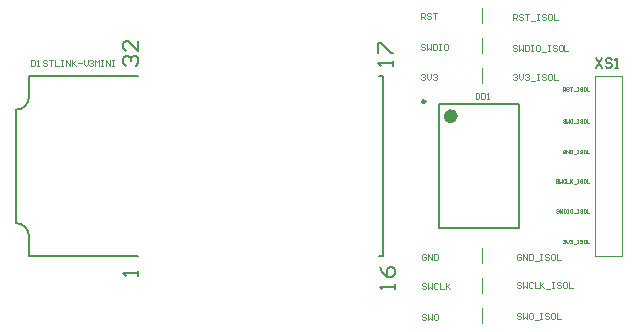
<source format=gto>
G04*
G04 #@! TF.GenerationSoftware,Altium Limited,Altium Designer,19.1.8 (144)*
G04*
G04 Layer_Color=65535*
%FSLAX25Y25*%
%MOIN*%
G70*
G01*
G75*
%ADD10C,0.00600*%
%ADD11C,0.00984*%
%ADD12C,0.02362*%
%ADD13C,0.00394*%
%ADD14C,0.00787*%
%ADD15C,0.00500*%
%ADD16C,0.00315*%
%ADD17C,0.00591*%
D10*
X-3930Y77955D02*
G03*
X370Y82255I0J4300D01*
G01*
Y35855D02*
G03*
X-3930Y40155I-4300J0D01*
G01*
X117170Y89055D02*
X118370D01*
Y29055D02*
Y89055D01*
X117170Y29055D02*
X118370D01*
X370D02*
X36570D01*
X370D02*
Y35855D01*
Y82255D02*
Y89055D01*
X-3930Y40155D02*
Y77955D01*
X370Y89055D02*
X36570D01*
D11*
X132382Y80709D02*
G03*
X132382Y80709I-492J0D01*
G01*
D12*
X142126Y75787D02*
G03*
X142126Y75787I-1181J0D01*
G01*
D13*
X151221Y86713D02*
Y91713D01*
X188976Y29331D02*
X198031D01*
X188976D02*
Y89173D01*
X198031D01*
Y29331D02*
Y89173D01*
X151221Y26713D02*
Y31713D01*
Y106713D02*
Y111713D01*
Y6713D02*
Y11713D01*
Y16713D02*
Y21713D01*
Y96713D02*
Y101713D01*
X161811Y89435D02*
X162139Y89763D01*
X162795D01*
X163123Y89435D01*
Y89107D01*
X162795Y88779D01*
X162467D01*
X162795D01*
X163123Y88451D01*
Y88123D01*
X162795Y87795D01*
X162139D01*
X161811Y88123D01*
X163779Y89763D02*
Y88451D01*
X164435Y87795D01*
X165091Y88451D01*
Y89763D01*
X165747Y89435D02*
X166075Y89763D01*
X166731D01*
X167059Y89435D01*
Y89107D01*
X166731Y88779D01*
X166403D01*
X166731D01*
X167059Y88451D01*
Y88123D01*
X166731Y87795D01*
X166075D01*
X165747Y88123D01*
X167715Y87467D02*
X169027D01*
X169683Y89763D02*
X170338D01*
X170010D01*
Y87795D01*
X169683D01*
X170338D01*
X172634Y89435D02*
X172306Y89763D01*
X171650D01*
X171322Y89435D01*
Y89107D01*
X171650Y88779D01*
X172306D01*
X172634Y88451D01*
Y88123D01*
X172306Y87795D01*
X171650D01*
X171322Y88123D01*
X174274Y89763D02*
X173618D01*
X173290Y89435D01*
Y88123D01*
X173618Y87795D01*
X174274D01*
X174602Y88123D01*
Y89435D01*
X174274Y89763D01*
X175258D02*
Y87795D01*
X176570D01*
X161811Y107874D02*
Y109842D01*
X162795D01*
X163123Y109514D01*
Y108858D01*
X162795Y108530D01*
X161811D01*
X162467D02*
X163123Y107874D01*
X165091Y109514D02*
X164763Y109842D01*
X164107D01*
X163779Y109514D01*
Y109186D01*
X164107Y108858D01*
X164763D01*
X165091Y108530D01*
Y108202D01*
X164763Y107874D01*
X164107D01*
X163779Y108202D01*
X165747Y109842D02*
X167059D01*
X166403D01*
Y107874D01*
X167715Y107546D02*
X169027D01*
X169683Y109842D02*
X170338D01*
X170010D01*
Y107874D01*
X169683D01*
X170338D01*
X172634Y109514D02*
X172306Y109842D01*
X171650D01*
X171322Y109514D01*
Y109186D01*
X171650Y108858D01*
X172306D01*
X172634Y108530D01*
Y108202D01*
X172306Y107874D01*
X171650D01*
X171322Y108202D01*
X174274Y109842D02*
X173618D01*
X173290Y109514D01*
Y108202D01*
X173618Y107874D01*
X174274D01*
X174602Y108202D01*
Y109514D01*
X174274Y109842D01*
X175258D02*
Y107874D01*
X176570D01*
X163123Y99278D02*
X162795Y99606D01*
X162139D01*
X161811Y99278D01*
Y98950D01*
X162139Y98622D01*
X162795D01*
X163123Y98294D01*
Y97966D01*
X162795Y97638D01*
X162139D01*
X161811Y97966D01*
X163779Y99606D02*
Y97638D01*
X164435Y98294D01*
X165091Y97638D01*
Y99606D01*
X165747D02*
Y97638D01*
X166731D01*
X167059Y97966D01*
Y99278D01*
X166731Y99606D01*
X165747D01*
X167715D02*
X168371D01*
X168043D01*
Y97638D01*
X167715D01*
X168371D01*
X170338Y99606D02*
X169683D01*
X169354Y99278D01*
Y97966D01*
X169683Y97638D01*
X170338D01*
X170666Y97966D01*
Y99278D01*
X170338Y99606D01*
X171322Y97310D02*
X172634D01*
X173290Y99606D02*
X173946D01*
X173618D01*
Y97638D01*
X173290D01*
X173946D01*
X176242Y99278D02*
X175914Y99606D01*
X175258D01*
X174930Y99278D01*
Y98950D01*
X175258Y98622D01*
X175914D01*
X176242Y98294D01*
Y97966D01*
X175914Y97638D01*
X175258D01*
X174930Y97966D01*
X177882Y99606D02*
X177226D01*
X176898Y99278D01*
Y97966D01*
X177226Y97638D01*
X177882D01*
X178210Y97966D01*
Y99278D01*
X177882Y99606D01*
X178866D02*
Y97638D01*
X180178D01*
X164304Y9908D02*
X163976Y10236D01*
X163320D01*
X162992Y9908D01*
Y9580D01*
X163320Y9252D01*
X163976D01*
X164304Y8924D01*
Y8596D01*
X163976Y8268D01*
X163320D01*
X162992Y8596D01*
X164960Y10236D02*
Y8268D01*
X165616Y8924D01*
X166272Y8268D01*
Y10236D01*
X167912D02*
X167256D01*
X166928Y9908D01*
Y8596D01*
X167256Y8268D01*
X167912D01*
X168240Y8596D01*
Y9908D01*
X167912Y10236D01*
X168896Y7940D02*
X170208D01*
X170864Y10236D02*
X171519D01*
X171192D01*
Y8268D01*
X170864D01*
X171519D01*
X173815Y9908D02*
X173487Y10236D01*
X172831D01*
X172503Y9908D01*
Y9580D01*
X172831Y9252D01*
X173487D01*
X173815Y8924D01*
Y8596D01*
X173487Y8268D01*
X172831D01*
X172503Y8596D01*
X175455Y10236D02*
X174799D01*
X174471Y9908D01*
Y8596D01*
X174799Y8268D01*
X175455D01*
X175783Y8596D01*
Y9908D01*
X175455Y10236D01*
X176439D02*
Y8268D01*
X177751D01*
X164304Y20078D02*
X163976Y20406D01*
X163320D01*
X162992Y20078D01*
Y19750D01*
X163320Y19422D01*
X163976D01*
X164304Y19094D01*
Y18766D01*
X163976Y18438D01*
X163320D01*
X162992Y18766D01*
X164960Y20406D02*
Y18438D01*
X165616Y19094D01*
X166272Y18438D01*
Y20406D01*
X168240Y20078D02*
X167912Y20406D01*
X167256D01*
X166928Y20078D01*
Y18766D01*
X167256Y18438D01*
X167912D01*
X168240Y18766D01*
X168896Y20406D02*
Y18438D01*
X170208D01*
X170864Y20406D02*
Y18438D01*
Y19094D01*
X172176Y20406D01*
X171192Y19422D01*
X172176Y18438D01*
X172831Y18110D02*
X174143D01*
X174799Y20406D02*
X175455D01*
X175127D01*
Y18438D01*
X174799D01*
X175455D01*
X177751Y20078D02*
X177423Y20406D01*
X176767D01*
X176439Y20078D01*
Y19750D01*
X176767Y19422D01*
X177423D01*
X177751Y19094D01*
Y18766D01*
X177423Y18438D01*
X176767D01*
X176439Y18766D01*
X179391Y20406D02*
X178735D01*
X178407Y20078D01*
Y18766D01*
X178735Y18438D01*
X179391D01*
X179719Y18766D01*
Y20078D01*
X179391Y20406D01*
X180375D02*
Y18438D01*
X181687D01*
X164304Y29593D02*
X163976Y29921D01*
X163320D01*
X162992Y29593D01*
Y28281D01*
X163320Y27953D01*
X163976D01*
X164304Y28281D01*
Y28937D01*
X163648D01*
X164960Y27953D02*
Y29921D01*
X166272Y27953D01*
Y29921D01*
X166928D02*
Y27953D01*
X167912D01*
X168240Y28281D01*
Y29593D01*
X167912Y29921D01*
X166928D01*
X168896Y27625D02*
X170208D01*
X170864Y29921D02*
X171519D01*
X171192D01*
Y27953D01*
X170864D01*
X171519D01*
X173815Y29593D02*
X173487Y29921D01*
X172831D01*
X172503Y29593D01*
Y29265D01*
X172831Y28937D01*
X173487D01*
X173815Y28609D01*
Y28281D01*
X173487Y27953D01*
X172831D01*
X172503Y28281D01*
X175455Y29921D02*
X174799D01*
X174471Y29593D01*
Y28281D01*
X174799Y27953D01*
X175455D01*
X175783Y28281D01*
Y29593D01*
X175455Y29921D01*
X176439D02*
Y27953D01*
X177751D01*
X132414Y99671D02*
X132086Y99999D01*
X131430D01*
X131102Y99671D01*
Y99343D01*
X131430Y99015D01*
X132086D01*
X132414Y98687D01*
Y98360D01*
X132086Y98032D01*
X131430D01*
X131102Y98360D01*
X133070Y99999D02*
Y98032D01*
X133726Y98687D01*
X134382Y98032D01*
Y99999D01*
X135038D02*
Y98032D01*
X136022D01*
X136350Y98360D01*
Y99671D01*
X136022Y99999D01*
X135038D01*
X137006D02*
X137662D01*
X137334D01*
Y98032D01*
X137006D01*
X137662D01*
X139630Y99999D02*
X138974D01*
X138646Y99671D01*
Y98360D01*
X138974Y98032D01*
X139630D01*
X139958Y98360D01*
Y99671D01*
X139630Y99999D01*
X131102Y108268D02*
Y110236D01*
X132086D01*
X132414Y109908D01*
Y109252D01*
X132086Y108924D01*
X131102D01*
X131758D02*
X132414Y108268D01*
X134382Y109908D02*
X134054Y110236D01*
X133398D01*
X133070Y109908D01*
Y109580D01*
X133398Y109252D01*
X134054D01*
X134382Y108924D01*
Y108596D01*
X134054Y108268D01*
X133398D01*
X133070Y108596D01*
X135038Y110236D02*
X136350D01*
X135694D01*
Y108268D01*
X132808Y29593D02*
X132480Y29921D01*
X131824D01*
X131496Y29593D01*
Y28281D01*
X131824Y27953D01*
X132480D01*
X132808Y28281D01*
Y28937D01*
X132152D01*
X133464Y27953D02*
Y29921D01*
X134776Y27953D01*
Y29921D01*
X135432D02*
Y27953D01*
X136416D01*
X136744Y28281D01*
Y29593D01*
X136416Y29921D01*
X135432D01*
X131102Y89435D02*
X131430Y89763D01*
X132086D01*
X132414Y89435D01*
Y89107D01*
X132086Y88779D01*
X131758D01*
X132086D01*
X132414Y88451D01*
Y88123D01*
X132086Y87795D01*
X131430D01*
X131102Y88123D01*
X133070Y89763D02*
Y88451D01*
X133726Y87795D01*
X134382Y88451D01*
Y89763D01*
X135038Y89435D02*
X135366Y89763D01*
X136022D01*
X136350Y89435D01*
Y89107D01*
X136022Y88779D01*
X135694D01*
X136022D01*
X136350Y88451D01*
Y88123D01*
X136022Y87795D01*
X135366D01*
X135038Y88123D01*
X132808Y19750D02*
X132480Y20078D01*
X131824D01*
X131496Y19750D01*
Y19422D01*
X131824Y19094D01*
X132480D01*
X132808Y18766D01*
Y18438D01*
X132480Y18110D01*
X131824D01*
X131496Y18438D01*
X133464Y20078D02*
Y18110D01*
X134120Y18766D01*
X134776Y18110D01*
Y20078D01*
X136744Y19750D02*
X136416Y20078D01*
X135760D01*
X135432Y19750D01*
Y18438D01*
X135760Y18110D01*
X136416D01*
X136744Y18438D01*
X137400Y20078D02*
Y18110D01*
X138712D01*
X139367Y20078D02*
Y18110D01*
Y18766D01*
X140679Y20078D01*
X139696Y19094D01*
X140679Y18110D01*
X132808Y9580D02*
X132480Y9908D01*
X131824D01*
X131496Y9580D01*
Y9252D01*
X131824Y8924D01*
X132480D01*
X132808Y8596D01*
Y8268D01*
X132480Y7940D01*
X131824D01*
X131496Y8268D01*
X133464Y9908D02*
Y7940D01*
X134120Y8596D01*
X134776Y7940D01*
Y9908D01*
X136416D02*
X135760D01*
X135432Y9580D01*
Y8268D01*
X135760Y7940D01*
X136416D01*
X136744Y8268D01*
Y9580D01*
X136416Y9908D01*
X6430Y94160D02*
X6102Y94488D01*
X5446D01*
X5118Y94160D01*
Y93832D01*
X5446Y93504D01*
X6102D01*
X6430Y93176D01*
Y92848D01*
X6102Y92520D01*
X5446D01*
X5118Y92848D01*
X7086Y94488D02*
X8398D01*
X7742D01*
Y92520D01*
X9054Y94488D02*
Y92520D01*
X10366D01*
X11022Y94488D02*
X11678D01*
X11350D01*
Y92520D01*
X11022D01*
X11678D01*
X12662D02*
Y94488D01*
X13973Y92520D01*
Y94488D01*
X14629D02*
Y92520D01*
Y93176D01*
X15941Y94488D01*
X14957Y93504D01*
X15941Y92520D01*
X16597Y93504D02*
X17909D01*
X18565Y94488D02*
Y93176D01*
X19221Y92520D01*
X19877Y93176D01*
Y94488D01*
X20533Y94160D02*
X20861Y94488D01*
X21517D01*
X21845Y94160D01*
Y93832D01*
X21517Y93504D01*
X21189D01*
X21517D01*
X21845Y93176D01*
Y92848D01*
X21517Y92520D01*
X20861D01*
X20533Y92848D01*
X22501Y92520D02*
Y94488D01*
X23157Y93832D01*
X23813Y94488D01*
Y92520D01*
X24469Y94488D02*
X25125D01*
X24797D01*
Y92520D01*
X24469D01*
X25125D01*
X26109D02*
Y94488D01*
X27420Y92520D01*
Y94488D01*
X28076D02*
X28732D01*
X28405D01*
Y92520D01*
X28076D01*
X28732D01*
X1181Y94488D02*
Y92520D01*
X2165D01*
X2493Y92848D01*
Y94160D01*
X2165Y94488D01*
X1181D01*
X3149Y92520D02*
X3805D01*
X3477D01*
Y94488D01*
X3149Y94160D01*
X149213Y83464D02*
Y81496D01*
X150197D01*
X150524Y81824D01*
Y83136D01*
X150197Y83464D01*
X149213D01*
X151181D02*
Y81496D01*
X152164D01*
X152492Y81824D01*
Y83136D01*
X152164Y83464D01*
X151181D01*
X153148Y81496D02*
X153804D01*
X153476D01*
Y83464D01*
X153148Y83136D01*
D14*
X137008Y38386D02*
Y79724D01*
X163779Y38386D02*
Y79724D01*
X137008D02*
X163779D01*
X137008Y38386D02*
X163779D01*
D15*
X121870Y92555D02*
Y94226D01*
Y93391D01*
X116857D01*
X117692Y92555D01*
X116857Y96733D02*
Y100075D01*
X117692D01*
X121035Y96733D01*
X121870D01*
X122370Y18055D02*
Y19726D01*
Y18891D01*
X117357D01*
X118192Y18055D01*
X117357Y25575D02*
X118192Y23904D01*
X119863Y22233D01*
X121535D01*
X122370Y23068D01*
Y24740D01*
X121535Y25575D01*
X120699D01*
X119863Y24740D01*
Y22233D01*
X36870Y22555D02*
Y24226D01*
Y23391D01*
X31857D01*
X32692Y22555D01*
Y92555D02*
X31857Y93391D01*
Y95062D01*
X32692Y95897D01*
X33528D01*
X34363Y95062D01*
Y94226D01*
Y95062D01*
X35199Y95897D01*
X36035D01*
X36870Y95062D01*
Y93391D01*
X36035Y92555D01*
X36870Y100911D02*
Y97569D01*
X33528Y100911D01*
X32692D01*
X31857Y100075D01*
Y98404D01*
X32692Y97569D01*
D16*
X178347Y34449D02*
X178543Y34645D01*
X178937D01*
X179134Y34449D01*
Y34252D01*
X178937Y34055D01*
X178740D01*
X178937D01*
X179134Y33858D01*
Y33661D01*
X178937Y33465D01*
X178543D01*
X178347Y33661D01*
X179527Y34645D02*
Y33858D01*
X179921Y33465D01*
X180314Y33858D01*
Y34645D01*
X180708Y34449D02*
X180905Y34645D01*
X181298D01*
X181495Y34449D01*
Y34252D01*
X181298Y34055D01*
X181102D01*
X181298D01*
X181495Y33858D01*
Y33661D01*
X181298Y33465D01*
X180905D01*
X180708Y33661D01*
X181889Y33268D02*
X182676D01*
X183069Y34645D02*
X183463D01*
X183266D01*
Y33465D01*
X183069D01*
X183463D01*
X184840Y34449D02*
X184644Y34645D01*
X184250D01*
X184053Y34449D01*
Y34252D01*
X184250Y34055D01*
X184644D01*
X184840Y33858D01*
Y33661D01*
X184644Y33465D01*
X184250D01*
X184053Y33661D01*
X185824Y34645D02*
X185431D01*
X185234Y34449D01*
Y33661D01*
X185431Y33465D01*
X185824D01*
X186021Y33661D01*
Y34449D01*
X185824Y34645D01*
X186415D02*
Y33465D01*
X187202D01*
X176969Y44685D02*
X176772Y44881D01*
X176379D01*
X176182Y44685D01*
Y44488D01*
X176379Y44291D01*
X176772D01*
X176969Y44094D01*
Y43898D01*
X176772Y43701D01*
X176379D01*
X176182Y43898D01*
X177363Y44881D02*
Y43701D01*
X177756Y44094D01*
X178150Y43701D01*
Y44881D01*
X178543D02*
Y43701D01*
X179134D01*
X179330Y43898D01*
Y44685D01*
X179134Y44881D01*
X178543D01*
X179724D02*
X180117D01*
X179921D01*
Y43701D01*
X179724D01*
X180117D01*
X181298Y44881D02*
X180905D01*
X180708Y44685D01*
Y43898D01*
X180905Y43701D01*
X181298D01*
X181495Y43898D01*
Y44685D01*
X181298Y44881D01*
X181889Y43504D02*
X182676D01*
X183069Y44881D02*
X183463D01*
X183266D01*
Y43701D01*
X183069D01*
X183463D01*
X184840Y44685D02*
X184644Y44881D01*
X184250D01*
X184053Y44685D01*
Y44488D01*
X184250Y44291D01*
X184644D01*
X184840Y44094D01*
Y43898D01*
X184644Y43701D01*
X184250D01*
X184053Y43898D01*
X185824Y44881D02*
X185431D01*
X185234Y44685D01*
Y43898D01*
X185431Y43701D01*
X185824D01*
X186021Y43898D01*
Y44685D01*
X185824Y44881D01*
X186415D02*
Y43701D01*
X187202D01*
X176772Y54527D02*
X176575Y54724D01*
X176182D01*
X175985Y54527D01*
Y54330D01*
X176182Y54134D01*
X176575D01*
X176772Y53937D01*
Y53740D01*
X176575Y53543D01*
X176182D01*
X175985Y53740D01*
X177166Y54724D02*
Y53543D01*
X177559Y53937D01*
X177953Y53543D01*
Y54724D01*
X179134Y54527D02*
X178937Y54724D01*
X178543D01*
X178347Y54527D01*
Y53740D01*
X178543Y53543D01*
X178937D01*
X179134Y53740D01*
X179527Y54724D02*
Y53543D01*
X180314D01*
X180708Y54724D02*
Y53543D01*
Y53937D01*
X181495Y54724D01*
X180905Y54134D01*
X181495Y53543D01*
X181889Y53347D02*
X182676D01*
X183069Y54724D02*
X183463D01*
X183266D01*
Y53543D01*
X183069D01*
X183463D01*
X184840Y54527D02*
X184644Y54724D01*
X184250D01*
X184053Y54527D01*
Y54330D01*
X184250Y54134D01*
X184644D01*
X184840Y53937D01*
Y53740D01*
X184644Y53543D01*
X184250D01*
X184053Y53740D01*
X185824Y54724D02*
X185431D01*
X185234Y54527D01*
Y53740D01*
X185431Y53543D01*
X185824D01*
X186021Y53740D01*
Y54527D01*
X185824Y54724D01*
X186415D02*
Y53543D01*
X187202D01*
X179134Y64370D02*
X178937Y64566D01*
X178543D01*
X178347Y64370D01*
Y63583D01*
X178543Y63386D01*
X178937D01*
X179134Y63583D01*
Y63976D01*
X178740D01*
X179527Y63386D02*
Y64566D01*
X180314Y63386D01*
Y64566D01*
X180708D02*
Y63386D01*
X181298D01*
X181495Y63583D01*
Y64370D01*
X181298Y64566D01*
X180708D01*
X181889Y63189D02*
X182676D01*
X183069Y64566D02*
X183463D01*
X183266D01*
Y63386D01*
X183069D01*
X183463D01*
X184840Y64370D02*
X184644Y64566D01*
X184250D01*
X184053Y64370D01*
Y64173D01*
X184250Y63976D01*
X184644D01*
X184840Y63779D01*
Y63583D01*
X184644Y63386D01*
X184250D01*
X184053Y63583D01*
X185824Y64566D02*
X185431D01*
X185234Y64370D01*
Y63583D01*
X185431Y63386D01*
X185824D01*
X186021Y63583D01*
Y64370D01*
X185824Y64566D01*
X186415D02*
Y63386D01*
X187202D01*
X178347Y84252D02*
Y85433D01*
X178937D01*
X179134Y85236D01*
Y84842D01*
X178937Y84645D01*
X178347D01*
X178740D02*
X179134Y84252D01*
X180314Y85236D02*
X180117Y85433D01*
X179724D01*
X179527Y85236D01*
Y85039D01*
X179724Y84842D01*
X180117D01*
X180314Y84645D01*
Y84449D01*
X180117Y84252D01*
X179724D01*
X179527Y84449D01*
X180708Y85433D02*
X181495D01*
X181102D01*
Y84252D01*
X181889Y84055D02*
X182676D01*
X183069Y85433D02*
X183463D01*
X183266D01*
Y84252D01*
X183069D01*
X183463D01*
X184840Y85236D02*
X184644Y85433D01*
X184250D01*
X184053Y85236D01*
Y85039D01*
X184250Y84842D01*
X184644D01*
X184840Y84645D01*
Y84449D01*
X184644Y84252D01*
X184250D01*
X184053Y84449D01*
X185824Y85433D02*
X185431D01*
X185234Y85236D01*
Y84449D01*
X185431Y84252D01*
X185824D01*
X186021Y84449D01*
Y85236D01*
X185824Y85433D01*
X186415D02*
Y84252D01*
X187202D01*
X179134Y74606D02*
X178937Y74803D01*
X178543D01*
X178347Y74606D01*
Y74409D01*
X178543Y74212D01*
X178937D01*
X179134Y74016D01*
Y73819D01*
X178937Y73622D01*
X178543D01*
X178347Y73819D01*
X179527Y74803D02*
Y73622D01*
X179921Y74016D01*
X180314Y73622D01*
Y74803D01*
X181298D02*
X180905D01*
X180708Y74606D01*
Y73819D01*
X180905Y73622D01*
X181298D01*
X181495Y73819D01*
Y74606D01*
X181298Y74803D01*
X181889Y73425D02*
X182676D01*
X183069Y74803D02*
X183463D01*
X183266D01*
Y73622D01*
X183069D01*
X183463D01*
X184840Y74606D02*
X184644Y74803D01*
X184250D01*
X184053Y74606D01*
Y74409D01*
X184250Y74212D01*
X184644D01*
X184840Y74016D01*
Y73819D01*
X184644Y73622D01*
X184250D01*
X184053Y73819D01*
X185824Y74803D02*
X185431D01*
X185234Y74606D01*
Y73819D01*
X185431Y73622D01*
X185824D01*
X186021Y73819D01*
Y74606D01*
X185824Y74803D01*
X186415D02*
Y73622D01*
X187202D01*
D17*
X189400Y95149D02*
X191499Y92000D01*
Y95149D02*
X189400Y92000D01*
X194648Y94624D02*
X194123Y95149D01*
X193073D01*
X192549Y94624D01*
Y94099D01*
X193073Y93574D01*
X194123D01*
X194648Y93050D01*
Y92525D01*
X194123Y92000D01*
X193073D01*
X192549Y92525D01*
X195697Y92000D02*
X196747D01*
X196222D01*
Y95149D01*
X195697Y94624D01*
M02*

</source>
